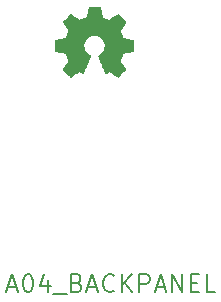
<source format=gbr>
G04 #@! TF.GenerationSoftware,KiCad,Pcbnew,5.1.5-52549c5~86~ubuntu18.04.1*
G04 #@! TF.CreationDate,2020-08-28T16:47:41-05:00*
G04 #@! TF.ProjectId,A04,4130342e-6b69-4636-9164-5f7063625858,rev?*
G04 #@! TF.SameCoordinates,Original*
G04 #@! TF.FileFunction,Legend,Top*
G04 #@! TF.FilePolarity,Positive*
%FSLAX46Y46*%
G04 Gerber Fmt 4.6, Leading zero omitted, Abs format (unit mm)*
G04 Created by KiCad (PCBNEW 5.1.5-52549c5~86~ubuntu18.04.1) date 2020-08-28 16:47:41*
%MOMM*%
%LPD*%
G04 APERTURE LIST*
%ADD10C,0.150000*%
%ADD11C,0.010000*%
G04 APERTURE END LIST*
D10*
X31493914Y-70023800D02*
X32208200Y-70023800D01*
X31351057Y-70452371D02*
X31851057Y-68952371D01*
X32351057Y-70452371D01*
X33136771Y-68952371D02*
X33279628Y-68952371D01*
X33422485Y-69023800D01*
X33493914Y-69095228D01*
X33565342Y-69238085D01*
X33636771Y-69523800D01*
X33636771Y-69880942D01*
X33565342Y-70166657D01*
X33493914Y-70309514D01*
X33422485Y-70380942D01*
X33279628Y-70452371D01*
X33136771Y-70452371D01*
X32993914Y-70380942D01*
X32922485Y-70309514D01*
X32851057Y-70166657D01*
X32779628Y-69880942D01*
X32779628Y-69523800D01*
X32851057Y-69238085D01*
X32922485Y-69095228D01*
X32993914Y-69023800D01*
X33136771Y-68952371D01*
X34922485Y-69452371D02*
X34922485Y-70452371D01*
X34565342Y-68880942D02*
X34208200Y-69952371D01*
X35136771Y-69952371D01*
X35351057Y-70595228D02*
X36493914Y-70595228D01*
X37351057Y-69666657D02*
X37565342Y-69738085D01*
X37636771Y-69809514D01*
X37708200Y-69952371D01*
X37708200Y-70166657D01*
X37636771Y-70309514D01*
X37565342Y-70380942D01*
X37422485Y-70452371D01*
X36851057Y-70452371D01*
X36851057Y-68952371D01*
X37351057Y-68952371D01*
X37493914Y-69023800D01*
X37565342Y-69095228D01*
X37636771Y-69238085D01*
X37636771Y-69380942D01*
X37565342Y-69523800D01*
X37493914Y-69595228D01*
X37351057Y-69666657D01*
X36851057Y-69666657D01*
X38279628Y-70023800D02*
X38993914Y-70023800D01*
X38136771Y-70452371D02*
X38636771Y-68952371D01*
X39136771Y-70452371D01*
X40493914Y-70309514D02*
X40422485Y-70380942D01*
X40208200Y-70452371D01*
X40065342Y-70452371D01*
X39851057Y-70380942D01*
X39708200Y-70238085D01*
X39636771Y-70095228D01*
X39565342Y-69809514D01*
X39565342Y-69595228D01*
X39636771Y-69309514D01*
X39708200Y-69166657D01*
X39851057Y-69023800D01*
X40065342Y-68952371D01*
X40208200Y-68952371D01*
X40422485Y-69023800D01*
X40493914Y-69095228D01*
X41136771Y-70452371D02*
X41136771Y-68952371D01*
X41993914Y-70452371D02*
X41351057Y-69595228D01*
X41993914Y-68952371D02*
X41136771Y-69809514D01*
X42636771Y-70452371D02*
X42636771Y-68952371D01*
X43208200Y-68952371D01*
X43351057Y-69023800D01*
X43422485Y-69095228D01*
X43493914Y-69238085D01*
X43493914Y-69452371D01*
X43422485Y-69595228D01*
X43351057Y-69666657D01*
X43208200Y-69738085D01*
X42636771Y-69738085D01*
X44065342Y-70023800D02*
X44779628Y-70023800D01*
X43922485Y-70452371D02*
X44422485Y-68952371D01*
X44922485Y-70452371D01*
X45422485Y-70452371D02*
X45422485Y-68952371D01*
X46279628Y-70452371D01*
X46279628Y-68952371D01*
X46993914Y-69666657D02*
X47493914Y-69666657D01*
X47708200Y-70452371D02*
X46993914Y-70452371D01*
X46993914Y-68952371D01*
X47708200Y-68952371D01*
X49065342Y-70452371D02*
X48351057Y-70452371D01*
X48351057Y-68952371D01*
D11*
G36*
X39341614Y-46719531D02*
G01*
X39425435Y-47164155D01*
X39734720Y-47291653D01*
X40044006Y-47419151D01*
X40415046Y-47166846D01*
X40518957Y-47096596D01*
X40612887Y-47033872D01*
X40692452Y-46981538D01*
X40753270Y-46942457D01*
X40790957Y-46919493D01*
X40801221Y-46914542D01*
X40819710Y-46927276D01*
X40859220Y-46962482D01*
X40915322Y-47015662D01*
X40983587Y-47082318D01*
X41059586Y-47157954D01*
X41138892Y-47238072D01*
X41217075Y-47318174D01*
X41289707Y-47393764D01*
X41352359Y-47460345D01*
X41400603Y-47513418D01*
X41430010Y-47548487D01*
X41437041Y-47560223D01*
X41426923Y-47581860D01*
X41398559Y-47629262D01*
X41354929Y-47697793D01*
X41299018Y-47782815D01*
X41233806Y-47879693D01*
X41196019Y-47934950D01*
X41127143Y-48035848D01*
X41065940Y-48126899D01*
X41015378Y-48203570D01*
X40978428Y-48261328D01*
X40958058Y-48295643D01*
X40954997Y-48302854D01*
X40961936Y-48323348D01*
X40980851Y-48371113D01*
X41008887Y-48439432D01*
X41043191Y-48521589D01*
X41080909Y-48610870D01*
X41119187Y-48700558D01*
X41155170Y-48783938D01*
X41186006Y-48854294D01*
X41208839Y-48904910D01*
X41220817Y-48929071D01*
X41221524Y-48930022D01*
X41240331Y-48934636D01*
X41290418Y-48944928D01*
X41366593Y-48959887D01*
X41463665Y-48978501D01*
X41576443Y-48999759D01*
X41642242Y-49012018D01*
X41762750Y-49034962D01*
X41871597Y-49056795D01*
X41963276Y-49076322D01*
X42032281Y-49092348D01*
X42073104Y-49103679D01*
X42081311Y-49107274D01*
X42089348Y-49131606D01*
X42095833Y-49186559D01*
X42100770Y-49265708D01*
X42104164Y-49362626D01*
X42106018Y-49470887D01*
X42106338Y-49584065D01*
X42105127Y-49695735D01*
X42102390Y-49799468D01*
X42098131Y-49888841D01*
X42092355Y-49957426D01*
X42085067Y-49998797D01*
X42080695Y-50007410D01*
X42054564Y-50017733D01*
X41999193Y-50032492D01*
X41921907Y-50049952D01*
X41830030Y-50068380D01*
X41797958Y-50074341D01*
X41643324Y-50102666D01*
X41521175Y-50125476D01*
X41427473Y-50143680D01*
X41358184Y-50158183D01*
X41309271Y-50169892D01*
X41276697Y-50179715D01*
X41256428Y-50188556D01*
X41244426Y-50197324D01*
X41242747Y-50199057D01*
X41225984Y-50226971D01*
X41200414Y-50281295D01*
X41168588Y-50355377D01*
X41133060Y-50442565D01*
X41096383Y-50536208D01*
X41061111Y-50629652D01*
X41029796Y-50716247D01*
X41004993Y-50789340D01*
X40989254Y-50842278D01*
X40985132Y-50868411D01*
X40985476Y-50869326D01*
X40999441Y-50890686D01*
X41031122Y-50937684D01*
X41077191Y-51005427D01*
X41134318Y-51089023D01*
X41199173Y-51183582D01*
X41217643Y-51210454D01*
X41283499Y-51307875D01*
X41341450Y-51396763D01*
X41388338Y-51472012D01*
X41421007Y-51528520D01*
X41436300Y-51561181D01*
X41437041Y-51565193D01*
X41424192Y-51586284D01*
X41388688Y-51628064D01*
X41335093Y-51686045D01*
X41267971Y-51755735D01*
X41191887Y-51832645D01*
X41111404Y-51912283D01*
X41031087Y-51990161D01*
X40955499Y-52061786D01*
X40889205Y-52122670D01*
X40836769Y-52168321D01*
X40802755Y-52194250D01*
X40793345Y-52198483D01*
X40771443Y-52188512D01*
X40726600Y-52161620D01*
X40666121Y-52122336D01*
X40619589Y-52090717D01*
X40535275Y-52032698D01*
X40435426Y-51964384D01*
X40335273Y-51896179D01*
X40281427Y-51859675D01*
X40099171Y-51736400D01*
X39946181Y-51819120D01*
X39876482Y-51855359D01*
X39817214Y-51883526D01*
X39777111Y-51899591D01*
X39766903Y-51901826D01*
X39754629Y-51885322D01*
X39730413Y-51838682D01*
X39696063Y-51766209D01*
X39653388Y-51672206D01*
X39604194Y-51560974D01*
X39550290Y-51436815D01*
X39493484Y-51304032D01*
X39435582Y-51166927D01*
X39378393Y-51029802D01*
X39323724Y-50896958D01*
X39273384Y-50772698D01*
X39229180Y-50661325D01*
X39192919Y-50567139D01*
X39166409Y-50494444D01*
X39151458Y-50447541D01*
X39149054Y-50431433D01*
X39168111Y-50410886D01*
X39209836Y-50377533D01*
X39265506Y-50338302D01*
X39270178Y-50335199D01*
X39414064Y-50220023D01*
X39530083Y-50085653D01*
X39617230Y-49936384D01*
X39674499Y-49776513D01*
X39700886Y-49610337D01*
X39695385Y-49442152D01*
X39656990Y-49276255D01*
X39584695Y-49116942D01*
X39563426Y-49082087D01*
X39452796Y-48941337D01*
X39322102Y-48828314D01*
X39175864Y-48743603D01*
X39018608Y-48687794D01*
X38854857Y-48661474D01*
X38689133Y-48665230D01*
X38525962Y-48699650D01*
X38369865Y-48765323D01*
X38225367Y-48862835D01*
X38180669Y-48902413D01*
X38066912Y-49026303D01*
X37984018Y-49156724D01*
X37927156Y-49302915D01*
X37895487Y-49447688D01*
X37887669Y-49610460D01*
X37913738Y-49774040D01*
X37971045Y-49932898D01*
X38056944Y-50081506D01*
X38168786Y-50214335D01*
X38303923Y-50325856D01*
X38321683Y-50337611D01*
X38377950Y-50376108D01*
X38420723Y-50409463D01*
X38441172Y-50430760D01*
X38441469Y-50431433D01*
X38437079Y-50454471D01*
X38419676Y-50506757D01*
X38391068Y-50583990D01*
X38353065Y-50681868D01*
X38307474Y-50796091D01*
X38256103Y-50922358D01*
X38200762Y-51056367D01*
X38143258Y-51193818D01*
X38085401Y-51330408D01*
X38028998Y-51461837D01*
X37975858Y-51583805D01*
X37927790Y-51692009D01*
X37886601Y-51782149D01*
X37854101Y-51849923D01*
X37832097Y-51891030D01*
X37823236Y-51901826D01*
X37796160Y-51893419D01*
X37745497Y-51870872D01*
X37679983Y-51838213D01*
X37643959Y-51819120D01*
X37490968Y-51736400D01*
X37308712Y-51859675D01*
X37215675Y-51922828D01*
X37113815Y-51992327D01*
X37018362Y-52057765D01*
X36970550Y-52090717D01*
X36903305Y-52135873D01*
X36846364Y-52171657D01*
X36807154Y-52193538D01*
X36794419Y-52198163D01*
X36775883Y-52185685D01*
X36734859Y-52150852D01*
X36675325Y-52097278D01*
X36601258Y-52028583D01*
X36516635Y-51948381D01*
X36463115Y-51896886D01*
X36369481Y-51804886D01*
X36288559Y-51722599D01*
X36223623Y-51653545D01*
X36177942Y-51601244D01*
X36154789Y-51569216D01*
X36152568Y-51562716D01*
X36162876Y-51537994D01*
X36191361Y-51488005D01*
X36234863Y-51417812D01*
X36290223Y-51332475D01*
X36354280Y-51237056D01*
X36372497Y-51210454D01*
X36438873Y-51113767D01*
X36498422Y-51026717D01*
X36547816Y-50954195D01*
X36583725Y-50901093D01*
X36602819Y-50872303D01*
X36604664Y-50869326D01*
X36601905Y-50846382D01*
X36587262Y-50795936D01*
X36563287Y-50724641D01*
X36532534Y-50639147D01*
X36497556Y-50546107D01*
X36460907Y-50452174D01*
X36425139Y-50363999D01*
X36392806Y-50288234D01*
X36366462Y-50231531D01*
X36348658Y-50200543D01*
X36347393Y-50199057D01*
X36336506Y-50190201D01*
X36318118Y-50181443D01*
X36288194Y-50171877D01*
X36242697Y-50160596D01*
X36177591Y-50146693D01*
X36088839Y-50129263D01*
X35972407Y-50107398D01*
X35824258Y-50080191D01*
X35792182Y-50074341D01*
X35697114Y-50055974D01*
X35614235Y-50038005D01*
X35550870Y-50022169D01*
X35514342Y-50010200D01*
X35509444Y-50007410D01*
X35501373Y-49982672D01*
X35494813Y-49927390D01*
X35489767Y-49847989D01*
X35486241Y-49750896D01*
X35484239Y-49642538D01*
X35483764Y-49529340D01*
X35484823Y-49417728D01*
X35487418Y-49314129D01*
X35491554Y-49224968D01*
X35497237Y-49156672D01*
X35504469Y-49115666D01*
X35508829Y-49107274D01*
X35533102Y-49098808D01*
X35588374Y-49085035D01*
X35669138Y-49067150D01*
X35769888Y-49046348D01*
X35885117Y-49023823D01*
X35947898Y-49012018D01*
X36067013Y-48989751D01*
X36173235Y-48969579D01*
X36261373Y-48952515D01*
X36326234Y-48939569D01*
X36362626Y-48931755D01*
X36368616Y-48930022D01*
X36378739Y-48910490D01*
X36400138Y-48863443D01*
X36429961Y-48795603D01*
X36465355Y-48713691D01*
X36503468Y-48624428D01*
X36541447Y-48534535D01*
X36576440Y-48450735D01*
X36605594Y-48379747D01*
X36626057Y-48328294D01*
X36634977Y-48303097D01*
X36635143Y-48301996D01*
X36625031Y-48282119D01*
X36596683Y-48236377D01*
X36553077Y-48169317D01*
X36497194Y-48085484D01*
X36432013Y-47989426D01*
X36394121Y-47934250D01*
X36325075Y-47833081D01*
X36263750Y-47741230D01*
X36213137Y-47663344D01*
X36176229Y-47604069D01*
X36156018Y-47568051D01*
X36153099Y-47559977D01*
X36165647Y-47541184D01*
X36200337Y-47501057D01*
X36252737Y-47444093D01*
X36318416Y-47374785D01*
X36392944Y-47297631D01*
X36471887Y-47217125D01*
X36550817Y-47137763D01*
X36625300Y-47064040D01*
X36690906Y-47000452D01*
X36743204Y-46951494D01*
X36777761Y-46921661D01*
X36789322Y-46914542D01*
X36808146Y-46924553D01*
X36853169Y-46952678D01*
X36920013Y-46996054D01*
X37004301Y-47051818D01*
X37101656Y-47117106D01*
X37175093Y-47166846D01*
X37546133Y-47419151D01*
X38164705Y-47164155D01*
X38248525Y-46719531D01*
X38332346Y-46274907D01*
X39257794Y-46274907D01*
X39341614Y-46719531D01*
G37*
X39341614Y-46719531D02*
X39425435Y-47164155D01*
X39734720Y-47291653D01*
X40044006Y-47419151D01*
X40415046Y-47166846D01*
X40518957Y-47096596D01*
X40612887Y-47033872D01*
X40692452Y-46981538D01*
X40753270Y-46942457D01*
X40790957Y-46919493D01*
X40801221Y-46914542D01*
X40819710Y-46927276D01*
X40859220Y-46962482D01*
X40915322Y-47015662D01*
X40983587Y-47082318D01*
X41059586Y-47157954D01*
X41138892Y-47238072D01*
X41217075Y-47318174D01*
X41289707Y-47393764D01*
X41352359Y-47460345D01*
X41400603Y-47513418D01*
X41430010Y-47548487D01*
X41437041Y-47560223D01*
X41426923Y-47581860D01*
X41398559Y-47629262D01*
X41354929Y-47697793D01*
X41299018Y-47782815D01*
X41233806Y-47879693D01*
X41196019Y-47934950D01*
X41127143Y-48035848D01*
X41065940Y-48126899D01*
X41015378Y-48203570D01*
X40978428Y-48261328D01*
X40958058Y-48295643D01*
X40954997Y-48302854D01*
X40961936Y-48323348D01*
X40980851Y-48371113D01*
X41008887Y-48439432D01*
X41043191Y-48521589D01*
X41080909Y-48610870D01*
X41119187Y-48700558D01*
X41155170Y-48783938D01*
X41186006Y-48854294D01*
X41208839Y-48904910D01*
X41220817Y-48929071D01*
X41221524Y-48930022D01*
X41240331Y-48934636D01*
X41290418Y-48944928D01*
X41366593Y-48959887D01*
X41463665Y-48978501D01*
X41576443Y-48999759D01*
X41642242Y-49012018D01*
X41762750Y-49034962D01*
X41871597Y-49056795D01*
X41963276Y-49076322D01*
X42032281Y-49092348D01*
X42073104Y-49103679D01*
X42081311Y-49107274D01*
X42089348Y-49131606D01*
X42095833Y-49186559D01*
X42100770Y-49265708D01*
X42104164Y-49362626D01*
X42106018Y-49470887D01*
X42106338Y-49584065D01*
X42105127Y-49695735D01*
X42102390Y-49799468D01*
X42098131Y-49888841D01*
X42092355Y-49957426D01*
X42085067Y-49998797D01*
X42080695Y-50007410D01*
X42054564Y-50017733D01*
X41999193Y-50032492D01*
X41921907Y-50049952D01*
X41830030Y-50068380D01*
X41797958Y-50074341D01*
X41643324Y-50102666D01*
X41521175Y-50125476D01*
X41427473Y-50143680D01*
X41358184Y-50158183D01*
X41309271Y-50169892D01*
X41276697Y-50179715D01*
X41256428Y-50188556D01*
X41244426Y-50197324D01*
X41242747Y-50199057D01*
X41225984Y-50226971D01*
X41200414Y-50281295D01*
X41168588Y-50355377D01*
X41133060Y-50442565D01*
X41096383Y-50536208D01*
X41061111Y-50629652D01*
X41029796Y-50716247D01*
X41004993Y-50789340D01*
X40989254Y-50842278D01*
X40985132Y-50868411D01*
X40985476Y-50869326D01*
X40999441Y-50890686D01*
X41031122Y-50937684D01*
X41077191Y-51005427D01*
X41134318Y-51089023D01*
X41199173Y-51183582D01*
X41217643Y-51210454D01*
X41283499Y-51307875D01*
X41341450Y-51396763D01*
X41388338Y-51472012D01*
X41421007Y-51528520D01*
X41436300Y-51561181D01*
X41437041Y-51565193D01*
X41424192Y-51586284D01*
X41388688Y-51628064D01*
X41335093Y-51686045D01*
X41267971Y-51755735D01*
X41191887Y-51832645D01*
X41111404Y-51912283D01*
X41031087Y-51990161D01*
X40955499Y-52061786D01*
X40889205Y-52122670D01*
X40836769Y-52168321D01*
X40802755Y-52194250D01*
X40793345Y-52198483D01*
X40771443Y-52188512D01*
X40726600Y-52161620D01*
X40666121Y-52122336D01*
X40619589Y-52090717D01*
X40535275Y-52032698D01*
X40435426Y-51964384D01*
X40335273Y-51896179D01*
X40281427Y-51859675D01*
X40099171Y-51736400D01*
X39946181Y-51819120D01*
X39876482Y-51855359D01*
X39817214Y-51883526D01*
X39777111Y-51899591D01*
X39766903Y-51901826D01*
X39754629Y-51885322D01*
X39730413Y-51838682D01*
X39696063Y-51766209D01*
X39653388Y-51672206D01*
X39604194Y-51560974D01*
X39550290Y-51436815D01*
X39493484Y-51304032D01*
X39435582Y-51166927D01*
X39378393Y-51029802D01*
X39323724Y-50896958D01*
X39273384Y-50772698D01*
X39229180Y-50661325D01*
X39192919Y-50567139D01*
X39166409Y-50494444D01*
X39151458Y-50447541D01*
X39149054Y-50431433D01*
X39168111Y-50410886D01*
X39209836Y-50377533D01*
X39265506Y-50338302D01*
X39270178Y-50335199D01*
X39414064Y-50220023D01*
X39530083Y-50085653D01*
X39617230Y-49936384D01*
X39674499Y-49776513D01*
X39700886Y-49610337D01*
X39695385Y-49442152D01*
X39656990Y-49276255D01*
X39584695Y-49116942D01*
X39563426Y-49082087D01*
X39452796Y-48941337D01*
X39322102Y-48828314D01*
X39175864Y-48743603D01*
X39018608Y-48687794D01*
X38854857Y-48661474D01*
X38689133Y-48665230D01*
X38525962Y-48699650D01*
X38369865Y-48765323D01*
X38225367Y-48862835D01*
X38180669Y-48902413D01*
X38066912Y-49026303D01*
X37984018Y-49156724D01*
X37927156Y-49302915D01*
X37895487Y-49447688D01*
X37887669Y-49610460D01*
X37913738Y-49774040D01*
X37971045Y-49932898D01*
X38056944Y-50081506D01*
X38168786Y-50214335D01*
X38303923Y-50325856D01*
X38321683Y-50337611D01*
X38377950Y-50376108D01*
X38420723Y-50409463D01*
X38441172Y-50430760D01*
X38441469Y-50431433D01*
X38437079Y-50454471D01*
X38419676Y-50506757D01*
X38391068Y-50583990D01*
X38353065Y-50681868D01*
X38307474Y-50796091D01*
X38256103Y-50922358D01*
X38200762Y-51056367D01*
X38143258Y-51193818D01*
X38085401Y-51330408D01*
X38028998Y-51461837D01*
X37975858Y-51583805D01*
X37927790Y-51692009D01*
X37886601Y-51782149D01*
X37854101Y-51849923D01*
X37832097Y-51891030D01*
X37823236Y-51901826D01*
X37796160Y-51893419D01*
X37745497Y-51870872D01*
X37679983Y-51838213D01*
X37643959Y-51819120D01*
X37490968Y-51736400D01*
X37308712Y-51859675D01*
X37215675Y-51922828D01*
X37113815Y-51992327D01*
X37018362Y-52057765D01*
X36970550Y-52090717D01*
X36903305Y-52135873D01*
X36846364Y-52171657D01*
X36807154Y-52193538D01*
X36794419Y-52198163D01*
X36775883Y-52185685D01*
X36734859Y-52150852D01*
X36675325Y-52097278D01*
X36601258Y-52028583D01*
X36516635Y-51948381D01*
X36463115Y-51896886D01*
X36369481Y-51804886D01*
X36288559Y-51722599D01*
X36223623Y-51653545D01*
X36177942Y-51601244D01*
X36154789Y-51569216D01*
X36152568Y-51562716D01*
X36162876Y-51537994D01*
X36191361Y-51488005D01*
X36234863Y-51417812D01*
X36290223Y-51332475D01*
X36354280Y-51237056D01*
X36372497Y-51210454D01*
X36438873Y-51113767D01*
X36498422Y-51026717D01*
X36547816Y-50954195D01*
X36583725Y-50901093D01*
X36602819Y-50872303D01*
X36604664Y-50869326D01*
X36601905Y-50846382D01*
X36587262Y-50795936D01*
X36563287Y-50724641D01*
X36532534Y-50639147D01*
X36497556Y-50546107D01*
X36460907Y-50452174D01*
X36425139Y-50363999D01*
X36392806Y-50288234D01*
X36366462Y-50231531D01*
X36348658Y-50200543D01*
X36347393Y-50199057D01*
X36336506Y-50190201D01*
X36318118Y-50181443D01*
X36288194Y-50171877D01*
X36242697Y-50160596D01*
X36177591Y-50146693D01*
X36088839Y-50129263D01*
X35972407Y-50107398D01*
X35824258Y-50080191D01*
X35792182Y-50074341D01*
X35697114Y-50055974D01*
X35614235Y-50038005D01*
X35550870Y-50022169D01*
X35514342Y-50010200D01*
X35509444Y-50007410D01*
X35501373Y-49982672D01*
X35494813Y-49927390D01*
X35489767Y-49847989D01*
X35486241Y-49750896D01*
X35484239Y-49642538D01*
X35483764Y-49529340D01*
X35484823Y-49417728D01*
X35487418Y-49314129D01*
X35491554Y-49224968D01*
X35497237Y-49156672D01*
X35504469Y-49115666D01*
X35508829Y-49107274D01*
X35533102Y-49098808D01*
X35588374Y-49085035D01*
X35669138Y-49067150D01*
X35769888Y-49046348D01*
X35885117Y-49023823D01*
X35947898Y-49012018D01*
X36067013Y-48989751D01*
X36173235Y-48969579D01*
X36261373Y-48952515D01*
X36326234Y-48939569D01*
X36362626Y-48931755D01*
X36368616Y-48930022D01*
X36378739Y-48910490D01*
X36400138Y-48863443D01*
X36429961Y-48795603D01*
X36465355Y-48713691D01*
X36503468Y-48624428D01*
X36541447Y-48534535D01*
X36576440Y-48450735D01*
X36605594Y-48379747D01*
X36626057Y-48328294D01*
X36634977Y-48303097D01*
X36635143Y-48301996D01*
X36625031Y-48282119D01*
X36596683Y-48236377D01*
X36553077Y-48169317D01*
X36497194Y-48085484D01*
X36432013Y-47989426D01*
X36394121Y-47934250D01*
X36325075Y-47833081D01*
X36263750Y-47741230D01*
X36213137Y-47663344D01*
X36176229Y-47604069D01*
X36156018Y-47568051D01*
X36153099Y-47559977D01*
X36165647Y-47541184D01*
X36200337Y-47501057D01*
X36252737Y-47444093D01*
X36318416Y-47374785D01*
X36392944Y-47297631D01*
X36471887Y-47217125D01*
X36550817Y-47137763D01*
X36625300Y-47064040D01*
X36690906Y-47000452D01*
X36743204Y-46951494D01*
X36777761Y-46921661D01*
X36789322Y-46914542D01*
X36808146Y-46924553D01*
X36853169Y-46952678D01*
X36920013Y-46996054D01*
X37004301Y-47051818D01*
X37101656Y-47117106D01*
X37175093Y-47166846D01*
X37546133Y-47419151D01*
X38164705Y-47164155D01*
X38248525Y-46719531D01*
X38332346Y-46274907D01*
X39257794Y-46274907D01*
X39341614Y-46719531D01*
M02*

</source>
